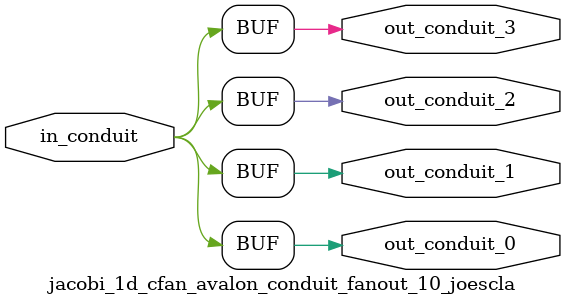
<source format=sv>


 


// --------------------------------------------------------------------------------
//| Avalon Conduit Fan-Out
// --------------------------------------------------------------------------------

// ------------------------------------------
// Generation parameters:
//   output_name:       jacobi_1d_cfan_avalon_conduit_fanout_10_joescla
//   numFanOut:         4
//   
// ------------------------------------------

module jacobi_1d_cfan_avalon_conduit_fanout_10_joescla (     

// Interface: out_conduit_0
 output                    out_conduit_0,
// Interface: out_conduit_1
 output                    out_conduit_1,
// Interface: out_conduit_2
 output                    out_conduit_2,
// Interface: out_conduit_3
 output                    out_conduit_3,

// Interface: in_conduit
 input                   in_conduit

);

   assign  out_conduit_0 = in_conduit;
   assign  out_conduit_1 = in_conduit;
   assign  out_conduit_2 = in_conduit;
   assign  out_conduit_3 = in_conduit;

endmodule //


</source>
